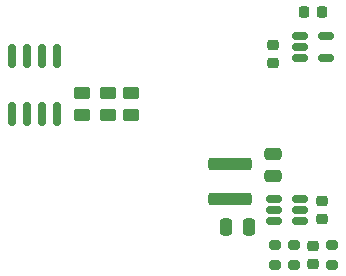
<source format=gbr>
%TF.GenerationSoftware,KiCad,Pcbnew,8.0.8*%
%TF.CreationDate,2025-02-27T22:45:34+01:00*%
%TF.ProjectId,BB_LED_Tube,42425f4c-4544-45f5-9475-62652e6b6963,rev?*%
%TF.SameCoordinates,Original*%
%TF.FileFunction,Paste,Top*%
%TF.FilePolarity,Positive*%
%FSLAX46Y46*%
G04 Gerber Fmt 4.6, Leading zero omitted, Abs format (unit mm)*
G04 Created by KiCad (PCBNEW 8.0.8) date 2025-02-27 22:45:34*
%MOMM*%
%LPD*%
G01*
G04 APERTURE LIST*
G04 Aperture macros list*
%AMRoundRect*
0 Rectangle with rounded corners*
0 $1 Rounding radius*
0 $2 $3 $4 $5 $6 $7 $8 $9 X,Y pos of 4 corners*
0 Add a 4 corners polygon primitive as box body*
4,1,4,$2,$3,$4,$5,$6,$7,$8,$9,$2,$3,0*
0 Add four circle primitives for the rounded corners*
1,1,$1+$1,$2,$3*
1,1,$1+$1,$4,$5*
1,1,$1+$1,$6,$7*
1,1,$1+$1,$8,$9*
0 Add four rect primitives between the rounded corners*
20,1,$1+$1,$2,$3,$4,$5,0*
20,1,$1+$1,$4,$5,$6,$7,0*
20,1,$1+$1,$6,$7,$8,$9,0*
20,1,$1+$1,$8,$9,$2,$3,0*%
G04 Aperture macros list end*
%ADD10RoundRect,0.250000X1.600000X-0.300000X1.600000X0.300000X-1.600000X0.300000X-1.600000X-0.300000X0*%
%ADD11RoundRect,0.225000X0.225000X0.250000X-0.225000X0.250000X-0.225000X-0.250000X0.225000X-0.250000X0*%
%ADD12RoundRect,0.225000X0.250000X-0.225000X0.250000X0.225000X-0.250000X0.225000X-0.250000X-0.225000X0*%
%ADD13RoundRect,0.200000X-0.275000X0.200000X-0.275000X-0.200000X0.275000X-0.200000X0.275000X0.200000X0*%
%ADD14RoundRect,0.250000X-0.450000X0.262500X-0.450000X-0.262500X0.450000X-0.262500X0.450000X0.262500X0*%
%ADD15RoundRect,0.250000X0.250000X0.475000X-0.250000X0.475000X-0.250000X-0.475000X0.250000X-0.475000X0*%
%ADD16RoundRect,0.150000X-0.512500X-0.150000X0.512500X-0.150000X0.512500X0.150000X-0.512500X0.150000X0*%
%ADD17RoundRect,0.150000X-0.150000X0.825000X-0.150000X-0.825000X0.150000X-0.825000X0.150000X0.825000X0*%
%ADD18RoundRect,0.250000X-0.475000X0.250000X-0.475000X-0.250000X0.475000X-0.250000X0.475000X0.250000X0*%
%ADD19RoundRect,0.225000X-0.250000X0.225000X-0.250000X-0.225000X0.250000X-0.225000X0.250000X0.225000X0*%
%ADD20RoundRect,0.250000X0.450000X-0.262500X0.450000X0.262500X-0.450000X0.262500X-0.450000X-0.262500X0*%
%ADD21RoundRect,0.200000X0.275000X-0.200000X0.275000X0.200000X-0.275000X0.200000X-0.275000X-0.200000X0*%
G04 APERTURE END LIST*
D10*
%TO.C,L1*%
X76600000Y-114015000D03*
X76600000Y-111015000D03*
%TD*%
D11*
%TO.C,C3*%
X84375000Y-98115000D03*
X82825000Y-98115000D03*
%TD*%
D12*
%TO.C,C2*%
X80200000Y-102490000D03*
X80200000Y-100940000D03*
%TD*%
D13*
%TO.C,R5*%
X85200000Y-117890000D03*
X85200000Y-119540000D03*
%TD*%
D12*
%TO.C,C6*%
X83600000Y-119490000D03*
X83600000Y-117940000D03*
%TD*%
D13*
%TO.C,R7*%
X80400000Y-117890000D03*
X80400000Y-119540000D03*
%TD*%
D14*
%TO.C,R3*%
X66200000Y-105002500D03*
X66200000Y-106827500D03*
%TD*%
D15*
%TO.C,C4*%
X78150000Y-116315000D03*
X76250000Y-116315000D03*
%TD*%
D16*
%TO.C,U2*%
X82462500Y-100165000D03*
X82462500Y-101115000D03*
X82462500Y-102065000D03*
X84737500Y-102065000D03*
X84737500Y-100165000D03*
%TD*%
D17*
%TO.C,U3*%
X61905000Y-101840000D03*
X60635000Y-101840000D03*
X59365000Y-101840000D03*
X58095000Y-101840000D03*
X58095000Y-106790000D03*
X59365000Y-106790000D03*
X60635000Y-106790000D03*
X61905000Y-106790000D03*
%TD*%
D18*
%TO.C,C7*%
X80200000Y-110165000D03*
X80200000Y-112065000D03*
%TD*%
D19*
%TO.C,C5*%
X84400000Y-114140000D03*
X84400000Y-115690000D03*
%TD*%
D20*
%TO.C,R2*%
X64000000Y-106827500D03*
X64000000Y-105002500D03*
%TD*%
D21*
%TO.C,R6*%
X82000000Y-119540000D03*
X82000000Y-117890000D03*
%TD*%
D16*
%TO.C,U4*%
X80262500Y-113965000D03*
X80262500Y-114915000D03*
X80262500Y-115865000D03*
X82537500Y-115865000D03*
X82537500Y-114915000D03*
X82537500Y-113965000D03*
%TD*%
D20*
%TO.C,R4*%
X68200000Y-106827500D03*
X68200000Y-105002500D03*
%TD*%
M02*

</source>
